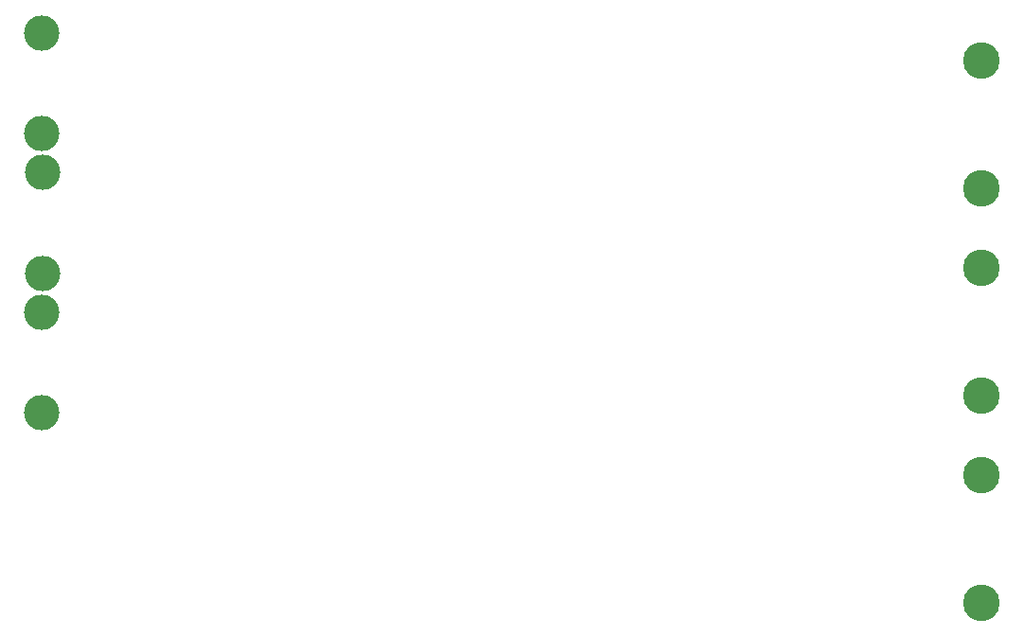
<source format=gbr>
G04 PROTEUS GERBER X2 FILE*
%TF.GenerationSoftware,Labcenter,Proteus,8.13-SP0-Build31525*%
%TF.CreationDate,2023-08-07T13:40:14+00:00*%
%TF.FileFunction,NonPlated,1,2,NPTH*%
%TF.FilePolarity,Positive*%
%TF.Part,Single*%
%TF.SameCoordinates,{8d507f11-5f74-4f73-9321-756942b8957b}*%
%FSLAX45Y45*%
%MOMM*%
G01*
%TA.AperFunction,MechanicalDrill*%
%ADD209C,3.276600*%
%TA.AperFunction,ComponentDrill*%
%ADD210C,3.175000*%
%TD.AperFunction*%
D209*
X+4260000Y+4181000D03*
X+4260000Y+3038000D03*
X+4260000Y+2331000D03*
X+4260000Y+1188000D03*
X+4260000Y+477000D03*
X+4260000Y-666000D03*
D210*
X-4134998Y+4430000D03*
X-4134998Y+3530002D03*
X-4129986Y+3180990D03*
X-4129986Y+2280992D03*
X-4134998Y+1930000D03*
X-4134998Y+1030002D03*
M02*

</source>
